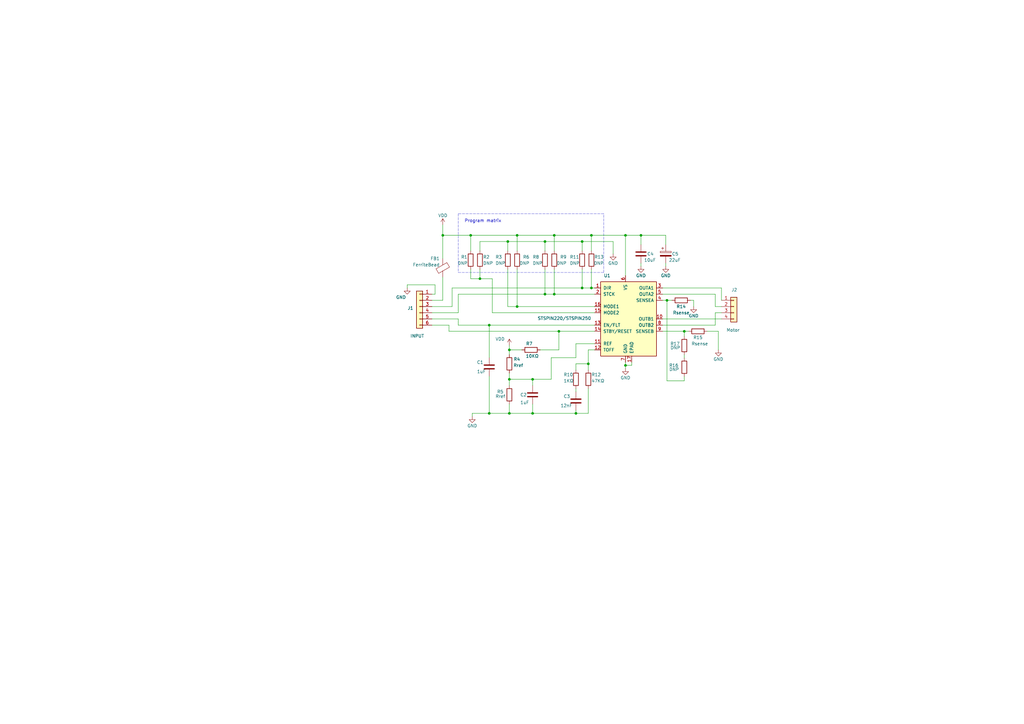
<source format=kicad_sch>
(kicad_sch (version 20220404) (generator eeschema)
  (paper "A3")
  (title_block (title "rotor") (date "2022-07-15") (rev "0.1") (company "vitaly.codes"))
  (lib_symbols
    (symbol "Connector_Generic:Conn_01x04" (pin_names (offset 1.016) hide)
      (property "Reference" "J" (at 0 5.08 0))
      (property "Value" "Conn_01x04" (at 0 -7.62 0))
      (symbol "Conn_01x04_1_1"
        (rectangle (start -1.27 -4.953) (end 0 -5.207) (stroke (width 0.1524)))
        (rectangle (start -1.27 -2.413) (end 0 -2.667) (stroke (width 0.1524)))
        (rectangle (start -1.27 0.127) (end 0 -0.127) (stroke (width 0.1524)))
        (rectangle (start -1.27 2.667) (end 0 2.413) (stroke (width 0.1524)))
        (rectangle (start -1.27 3.81) (end 1.27 -6.35) (stroke (width 0.254)) (fill (type background)))
        (pin passive line (at -5.08 2.54 0) (length 3.81) (name "Pin_1") (number "1"))
        (pin passive line (at -5.08 0 0) (length 3.81) (name "Pin_2") (number "2"))
        (pin passive line (at -5.08 -2.54 0) (length 3.81) (name "Pin_3") (number "3"))
        (pin passive line (at -5.08 -5.08 0) (length 3.81) (name "Pin_4") (number "4"))
      )
    )
    (symbol "Connector_Generic:Conn_01x06" (pin_names (offset 1.016) hide)
      (property "Reference" "J" (at 0 7.62 0))
      (property "Value" "Conn_01x06" (at 0 -10.16 0))
      (symbol "Conn_01x06_1_1"
        (rectangle (start -1.27 -7.493) (end 0 -7.747) (stroke (width 0.1524)))
        (rectangle (start -1.27 -4.953) (end 0 -5.207) (stroke (width 0.1524)))
        (rectangle (start -1.27 -2.413) (end 0 -2.667) (stroke (width 0.1524)))
        (rectangle (start -1.27 0.127) (end 0 -0.127) (stroke (width 0.1524)))
        (rectangle (start -1.27 2.667) (end 0 2.413) (stroke (width 0.1524)))
        (rectangle (start -1.27 5.207) (end 0 4.953) (stroke (width 0.1524)))
        (rectangle (start -1.27 6.35) (end 1.27 -8.89) (stroke (width 0.254)) (fill (type background)))
        (pin passive line (at -5.08 5.08 0) (length 3.81) (name "Pin_1") (number "1"))
        (pin passive line (at -5.08 2.54 0) (length 3.81) (name "Pin_2") (number "2"))
        (pin passive line (at -5.08 0 0) (length 3.81) (name "Pin_3") (number "3"))
        (pin passive line (at -5.08 -2.54 0) (length 3.81) (name "Pin_4") (number "4"))
        (pin passive line (at -5.08 -5.08 0) (length 3.81) (name "Pin_5") (number "5"))
        (pin passive line (at -5.08 -7.62 0) (length 3.81) (name "Pin_6") (number "6"))
      )
    )
    (symbol "Device:C" (pin_numbers hide) (pin_names (offset 0.254))
      (property "Reference" "C" (at 0.635 2.54 0))
      (property "Value" "C" (at 0.635 -2.54 0))
      (symbol "C_0_1"
        (polyline (pts (xy -2.032 -0.762) (xy 2.032 -0.762)) (stroke (width 0.508)))
        (polyline (pts (xy -2.032 0.762) (xy 2.032 0.762)) (stroke (width 0.508)))
      )
      (symbol "C_1_1"
        (pin passive line (at 0 3.81 270) (length 2.794) (name "~") (number "1"))
        (pin passive line (at 0 -3.81 90) (length 2.794) (name "~") (number "2"))
      )
    )
    (symbol "Device:C_Polarized" (pin_numbers hide) (pin_names (offset 0.254))
      (property "Reference" "C" (at 0.635 2.54 0))
      (property "Value" "C_Polarized" (at 0.635 -2.54 0))
      (symbol "C_Polarized_0_1"
        (rectangle (start -2.286 0.508) (end 2.286 1.016))
        (polyline (pts (xy -1.778 2.286) (xy -0.762 2.286)))
        (polyline (pts (xy -1.27 2.794) (xy -1.27 1.778)))
        (rectangle (start 2.286 -0.508) (end -2.286 -1.016) (fill (type outline)))
      )
      (symbol "C_Polarized_1_1"
        (pin passive line (at 0 3.81 270) (length 2.794) (name "~") (number "1"))
        (pin passive line (at 0 -3.81 90) (length 2.794) (name "~") (number "2"))
      )
    )
    (symbol "Device:FerriteBead" (pin_numbers hide) (pin_names (offset 0))
      (property "Reference" "FB" (at -3.81 0.635 90))
      (property "Value" "FerriteBead" (at 3.81 0 90))
      (symbol "FerriteBead_0_1"
        (polyline (pts (xy 0 -1.27) (xy 0 -1.2192)))
        (polyline (pts (xy 0 1.27) (xy 0 1.2954)))
        (polyline (pts (xy -2.7686 0.4064) (xy -1.7018 2.2606) (xy 2.7686 -0.3048) (xy 1.6764 -2.159) (xy -2.7686 0.4064)))
      )
      (symbol "FerriteBead_1_1"
        (pin passive line (at 0 3.81 270) (length 2.54) (name "~") (number "1"))
        (pin passive line (at 0 -3.81 90) (length 2.54) (name "~") (number "2"))
      )
    )
    (symbol "Device:R" (pin_numbers hide) (pin_names (offset 0))
      (property "Reference" "R" (at 2.032 0 90))
      (property "Value" "R" (at 0 0 90))
      (symbol "R_0_1"
        (rectangle (start -1.016 -2.54) (end 1.016 2.54) (stroke (width 0.254)))
      )
      (symbol "R_1_1"
        (pin passive line (at 0 3.81 270) (length 1.27) (name "~") (number "1"))
        (pin passive line (at 0 -3.81 90) (length 1.27) (name "~") (number "2"))
      )
    )
    (symbol "Driver_Motor:STSPIN220" (pin_names (offset 1.016))
      (property "Reference" "U" (at -10.16 16.51 0))
      (property "Value" "STSPIN220" (at 5.08 16.51 0))
      (symbol "STSPIN220_0_1"
        (rectangle (start -10.16 15.24) (end 12.7 -15.24) (stroke (width 0.254)) (fill (type background)))
      )
      (symbol "STSPIN220_1_1"
        (pin input line (at -12.7 12.7 0) (length 2.54) (name "DIR") (number "1"))
        (pin power_out line (at 15.24 0 180) (length 2.54) (name "OUTB1") (number "10"))
        (pin input line (at -12.7 -10.16 0) (length 2.54) (name "REF") (number "11"))
        (pin input line (at -12.7 -12.7 0) (length 2.54) (name "TOFF") (number "12"))
        (pin bidirectional line (at -12.7 -2.54 0) (length 2.54) (name "EN/FLT") (number "13"))
        (pin input line (at -12.7 -5.08 0) (length 2.54) (name "STBY/RESET") (number "14"))
        (pin input line (at -12.7 2.54 0) (length 2.54) (name "MODE2") (number "15"))
        (pin input line (at -12.7 5.08 0) (length 2.54) (name "MODE1") (number "16"))
        (pin power_in line (at 2.54 -17.78 90) (length 2.54) (name "EPAD") (number "17"))
        (pin input line (at -12.7 10.16 0) (length 2.54) (name "STCK") (number "2"))
        (pin power_out line (at 15.24 12.7 180) (length 2.54) (name "OUTA1") (number "3"))
        (pin power_out line (at 15.24 7.62 180) (length 2.54) (name "SENSEA") (number "4"))
        (pin power_out line (at 15.24 10.16 180) (length 2.54) (name "OUTA2") (number "5"))
        (pin power_in line (at 0 17.78 270) (length 2.54) (name "VS") (number "6"))
        (pin power_in line (at 0 -17.78 90) (length 2.54) (name "GND") (number "7"))
        (pin power_out line (at 15.24 -2.54 180) (length 2.54) (name "OUTB2") (number "8"))
        (pin power_out line (at 15.24 -5.08 180) (length 2.54) (name "SENSEB") (number "9"))
      )
    )
    (symbol "power:GND" (power) (pin_names (offset 0))
      (property "Value" "GND" (at 0 -3.81 0))
      (symbol "GND_0_1"
        (polyline (pts (xy 0 0) (xy 0 -1.27) (xy 1.27 -1.27) (xy 0 -2.54) (xy -1.27 -1.27) (xy 0 -1.27)))
      )
      (symbol "GND_1_1"
        (pin power_in line (at 0 0 270) (length 0) hide (name "GND") (number "1"))
      )
    )
    (symbol "power:VDD" (power) (pin_names (offset 0))
      (property "Value" "VDD" (at 0 3.81 0))
      (symbol "VDD_0_1"
        (polyline (pts (xy -0.762 1.27) (xy 0 2.54)))
        (polyline (pts (xy 0 0) (xy 0 2.54)))
        (polyline (pts (xy 0 2.54) (xy 0.762 1.27)))
      )
      (symbol "VDD_1_1"
        (pin power_in line (at 0 0 90) (length 0) hide (name "VDD") (number "1"))
      )
    )
  )
  (junction (at 223.52 120.65))
  (junction (at 242.57 118.11))
  (junction (at 208.915 169.545))
  (junction (at 227.33 96.52))
  (junction (at 200.66 133.35))
  (junction (at 193.04 96.52))
  (junction (at 218.44 169.545))
  (junction (at 208.915 143.51))
  (junction (at 196.85 114.3))
  (junction (at 212.09 96.52))
  (junction (at 262.89 96.52))
  (junction (at 256.54 149.86))
  (junction (at 280.67 135.89))
  (junction (at 238.76 118.11))
  (junction (at 242.57 96.52))
  (junction (at 212.09 125.73))
  (junction (at 256.54 96.52))
  (junction (at 181.61 96.52))
  (junction (at 229.235 135.89))
  (junction (at 227.33 120.65))
  (junction (at 241.3 149.225))
  (junction (at 208.915 155.575))
  (junction (at 200.66 169.545))
  (junction (at 218.44 155.575))
  (junction (at 238.76 99.06))
  (junction (at 223.52 99.06))
  (junction (at 236.22 169.545))
  (junction (at 208.28 99.06))
  (junction (at 273.558 123.19))
  (wire (pts (xy 208.915 153.035) (xy 208.915 155.575)))
  (wire (pts (xy 243.84 125.73) (xy 212.09 125.73)))
  (wire (pts (xy 196.85 114.3) (xy 196.85 110.49)))
  (wire (pts (xy 271.78 130.81) (xy 295.91 130.81)))
  (wire (pts (xy 271.78 123.19) (xy 273.558 123.19)))
  (wire (pts (xy 221.615 143.51) (xy 229.235 143.51)))
  (wire (pts (xy 238.76 99.06) (xy 223.52 99.06)))
  (wire (pts (xy 241.3 149.225) (xy 241.3 143.51)))
  (wire (pts (xy 200.66 133.35) (xy 200.66 146.685)))
  (wire (pts (xy 181.61 92.202) (xy 181.61 96.52)))
  (wire (pts (xy 167.005 116.84) (xy 167.005 118.11)))
  (wire (pts (xy 229.235 135.89) (xy 243.84 135.89)))
  (wire (pts (xy 273.05 96.52) (xy 273.05 100.33)))
  (wire (pts (xy 229.235 135.89) (xy 184.15 135.89)))
  (wire (pts (xy 208.915 143.51) (xy 213.995 143.51)))
  (wire (pts (xy 241.3 169.545) (xy 236.22 169.545)))
  (wire (pts (xy 177.165 120.65) (xy 178.435 120.65)))
  (wire (pts (xy 196.85 114.3) (xy 193.04 114.3)))
  (wire (pts (xy 212.09 96.52) (xy 212.09 102.87)))
  (wire (pts (xy 227.33 110.49) (xy 227.33 120.65)))
  (wire (pts (xy 208.28 125.73) (xy 212.09 125.73)))
  (wire (pts (xy 187.96 128.27) (xy 177.165 128.27)))
  (wire (pts (xy 227.33 120.65) (xy 243.84 120.65)))
  (wire (pts (xy 280.67 156.21) (xy 280.67 154.432)))
  (wire (pts (xy 238.76 118.11) (xy 242.57 118.11)))
  (wire (pts (xy 223.52 120.65) (xy 227.33 120.65)))
  (wire (pts (xy 256.54 149.86) (xy 259.08 149.86)))
  (wire (pts (xy 208.915 141.605) (xy 208.915 143.51)))
  (wire (pts (xy 187.96 120.65) (xy 187.96 128.27)))
  (wire (pts (xy 187.96 130.81) (xy 177.165 130.81)))
  (wire (pts (xy 193.675 169.545) (xy 193.675 170.815)))
  (wire (pts (xy 218.44 165.735) (xy 218.44 169.545)))
  (wire (pts (xy 200.66 133.35) (xy 243.84 133.35)))
  (wire (pts (xy 242.57 96.52) (xy 242.57 102.87)))
  (wire (pts (xy 212.09 96.52) (xy 227.33 96.52)))
  (wire (pts (xy 280.67 137.922) (xy 280.67 135.89)))
  (wire (pts (xy 256.54 149.86) (xy 256.54 148.59)))
  (wire (pts (xy 201.93 114.3) (xy 196.85 114.3)))
  (wire (pts (xy 178.435 120.65) (xy 178.435 116.84)))
  (wire (pts (xy 284.48 123.19) (xy 284.48 125.73)))
  (wire (pts (xy 184.15 133.35) (xy 177.165 133.35)))
  (wire (pts (xy 200.66 154.305) (xy 200.66 169.545)))
  (wire (pts (xy 262.89 96.52) (xy 273.05 96.52)))
  (wire (pts (xy 181.61 113.665) (xy 181.61 123.19)))
  (wire (pts (xy 218.44 155.575) (xy 226.06 155.575)))
  (wire (pts (xy 294.64 135.89) (xy 294.64 143.51)))
  (wire (pts (xy 187.96 133.35) (xy 200.66 133.35)))
  (wire (pts (xy 181.61 96.52) (xy 193.04 96.52)))
  (wire (pts (xy 256.54 96.52) (xy 262.89 96.52)))
  (polyline (pts (xy 187.96 87.63) (xy 187.96 111.76)) (stroke (width 0.1) (type dash)))
  (wire (pts (xy 293.37 128.27) (xy 295.91 128.27)))
  (wire (pts (xy 271.78 118.11) (xy 295.91 118.11)))
  (wire (pts (xy 273.558 123.19) (xy 273.558 156.21)))
  (wire (pts (xy 208.915 155.575) (xy 208.915 158.115)))
  (wire (pts (xy 293.37 125.73) (xy 295.91 125.73)))
  (wire (pts (xy 243.84 143.51) (xy 241.3 143.51)))
  (wire (pts (xy 208.28 110.49) (xy 208.28 125.73)))
  (wire (pts (xy 227.33 96.52) (xy 242.57 96.52)))
  (wire (pts (xy 273.558 123.19) (xy 275.59 123.19)))
  (wire (pts (xy 208.915 169.545) (xy 218.44 169.545)))
  (wire (pts (xy 271.78 135.89) (xy 280.67 135.89)))
  (wire (pts (xy 241.3 149.225) (xy 241.3 151.765)))
  (wire (pts (xy 236.22 149.225) (xy 236.22 151.765)))
  (wire (pts (xy 236.22 168.275) (xy 236.22 169.545)))
  (wire (pts (xy 236.22 146.685) (xy 236.22 140.97)))
  (wire (pts (xy 238.76 110.49) (xy 238.76 118.11)))
  (wire (pts (xy 280.67 156.21) (xy 273.558 156.21)))
  (wire (pts (xy 218.44 155.575) (xy 218.44 158.115)))
  (polyline (pts (xy 247.65 87.63) (xy 187.96 87.63)) (stroke (width 0.1) (type dash)))
  (wire (pts (xy 196.85 102.87) (xy 196.85 99.06)))
  (wire (pts (xy 283.21 123.19) (xy 284.48 123.19)))
  (wire (pts (xy 259.08 149.86) (xy 259.08 148.59)))
  (wire (pts (xy 262.89 107.95) (xy 262.89 109.22)))
  (wire (pts (xy 185.42 118.11) (xy 238.76 118.11)))
  (wire (pts (xy 295.91 118.11) (xy 295.91 123.19)))
  (wire (pts (xy 280.67 146.812) (xy 280.67 145.542)))
  (wire (pts (xy 212.09 110.49) (xy 212.09 125.73)))
  (wire (pts (xy 193.04 96.52) (xy 193.04 102.87)))
  (wire (pts (xy 238.76 102.87) (xy 238.76 99.06)))
  (wire (pts (xy 178.435 116.84) (xy 167.005 116.84)))
  (wire (pts (xy 185.42 118.11) (xy 185.42 125.73)))
  (wire (pts (xy 236.22 159.385) (xy 236.22 160.655)))
  (wire (pts (xy 208.915 143.51) (xy 208.915 145.415)))
  (wire (pts (xy 200.66 169.545) (xy 193.675 169.545)))
  (wire (pts (xy 208.28 102.87) (xy 208.28 99.06)))
  (wire (pts (xy 241.3 159.385) (xy 241.3 169.545)))
  (wire (pts (xy 208.915 165.735) (xy 208.915 169.545)))
  (wire (pts (xy 236.22 140.97) (xy 243.84 140.97)))
  (polyline (pts (xy 187.96 111.76) (xy 247.65 111.76)) (stroke (width 0.1) (type dash)))
  (wire (pts (xy 271.78 120.65) (xy 293.37 120.65)))
  (wire (pts (xy 271.78 133.35) (xy 293.37 133.35)))
  (wire (pts (xy 185.42 125.73) (xy 177.165 125.73)))
  (wire (pts (xy 242.57 110.49) (xy 242.57 118.11)))
  (wire (pts (xy 208.28 99.06) (xy 223.52 99.06)))
  (wire (pts (xy 187.96 130.81) (xy 187.96 133.35)))
  (wire (pts (xy 193.04 114.3) (xy 193.04 110.49)))
  (wire (pts (xy 293.37 120.65) (xy 293.37 125.73)))
  (wire (pts (xy 273.05 107.95) (xy 273.05 109.22)))
  (wire (pts (xy 223.52 110.49) (xy 223.52 120.65)))
  (wire (pts (xy 201.93 114.3) (xy 201.93 128.27)))
  (wire (pts (xy 251.46 99.06) (xy 238.76 99.06)))
  (wire (pts (xy 236.22 146.685) (xy 226.06 146.685)))
  (wire (pts (xy 242.57 118.11) (xy 243.84 118.11)))
  (wire (pts (xy 236.22 149.225) (xy 241.3 149.225)))
  (wire (pts (xy 280.67 135.89) (xy 282.448 135.89)))
  (wire (pts (xy 218.44 169.545) (xy 236.22 169.545)))
  (wire (pts (xy 223.52 99.06) (xy 223.52 102.87)))
  (wire (pts (xy 201.93 128.27) (xy 243.84 128.27)))
  (wire (pts (xy 227.33 96.52) (xy 227.33 102.87)))
  (wire (pts (xy 193.04 96.52) (xy 212.09 96.52)))
  (wire (pts (xy 200.66 169.545) (xy 208.915 169.545)))
  (wire (pts (xy 262.89 96.52) (xy 262.89 100.33)))
  (wire (pts (xy 184.15 135.89) (xy 184.15 133.35)))
  (wire (pts (xy 290.068 135.89) (xy 294.64 135.89)))
  (wire (pts (xy 256.54 96.52) (xy 256.54 113.03)))
  (wire (pts (xy 223.52 120.65) (xy 187.96 120.65)))
  (wire (pts (xy 177.165 123.19) (xy 181.61 123.19)))
  (wire (pts (xy 242.57 96.52) (xy 256.54 96.52)))
  (wire (pts (xy 226.06 146.685) (xy 226.06 155.575)))
  (wire (pts (xy 256.54 149.86) (xy 256.54 151.13)))
  (wire (pts (xy 293.37 128.27) (xy 293.37 133.35)))
  (wire (pts (xy 196.85 99.06) (xy 208.28 99.06)))
  (wire (pts (xy 251.46 104.14) (xy 251.46 99.06)))
  (wire (pts (xy 208.915 155.575) (xy 218.44 155.575)))
  (wire (pts (xy 229.235 143.51) (xy 229.235 135.89)))
  (wire (pts (xy 181.61 96.52) (xy 181.61 106.045)))
  (polyline (pts (xy 247.65 111.76) (xy 247.65 87.63)) (stroke (width 0.1) (type dash)))
  (text "Program matrix" (at 190.5 91.44 0) (effects (font (size 1.27 1.27)) (justify left bottom)))
  (symbol (lib_id "Device:R") (at 208.915 149.225 180) (unit 1)
    (default_instance (reference "R") (unit 1) (value "R") (footprint ""))
    (property "Reference" "R4" (at 213.36 147.32 0) (effects (justify left)))
    (property "Value" "Rref" (at 214.63 149.86 0) (effects (justify left)))
    (property "Footprint" "Resistor_SMD:R_0603_1608Metric" (effects hide))
  )
  (symbol (lib_id "Connector_Generic:Conn_01x04") (at 300.99 125.73 0) (unit 1)
    (default_instance (reference "J") (unit 1) (value "Conn_01x04") (footprint ""))
    (property "Reference" "J2" (at 299.974 118.872 0) (effects (justify left)))
    (property "Value" "Motor" (at 297.942 135.382 0) (effects (justify left)))
    (property "Footprint" "Connector_JST:JST_SH_SM04B-SRSS-TB_1x04-1MP_P1.00mm_Horizontal" (effects hide))
  )
  (symbol (lib_id "Device:R") (at 286.258 135.89 270) (unit 1)
    (default_instance (reference "R") (unit 1) (value "R") (footprint ""))
    (property "Reference" "R15" (at 286.258 138.43 90))
    (property "Value" "Rsense" (at 287.02 140.97 90))
    (property "Footprint" "Resistor_SMD:R_1206_3216Metric" (effects hide))
  )
  (symbol (lib_id "Device:C_Polarized") (at 273.05 104.14 0) (unit 1)
    (default_instance (reference "C") (unit 1) (value "C_Polarized") (footprint ""))
    (property "Reference" "C5" (at 275.59 104.14 0) (effects (justify left)))
    (property "Value" "22uF" (at 274.32 106.68 0) (effects (justify left)))
    (property "Footprint" "Capacitor_SMD:CP_Elec_4x4.5" (effects hide))
  )
  (symbol (lib_id "power:GND") (at 251.46 104.14 0) (unit 1)
    (default_instance (reference "#PWR") (unit 1) (value "GND") (footprint ""))
    (property "Reference" "#PWR05" (effects hide))
    (property "Value" "GND" (at 251.46 107.95 0))
  )
  (symbol (lib_id "Device:C") (at 218.44 161.925 0) (unit 1)
    (default_instance (reference "C") (unit 1) (value "C") (footprint ""))
    (property "Reference" "C2" (at 213.36 161.925 0) (effects (justify left)))
    (property "Value" "1uF" (at 213.36 165.1 0) (effects (justify left)))
    (property "Footprint" "Capacitor_SMD:C_0603_1608Metric" (effects hide))
  )
  (symbol (lib_id "Device:R") (at 217.805 143.51 90) (unit 1)
    (default_instance (reference "R") (unit 1) (value "R") (footprint ""))
    (property "Reference" "R7" (at 218.44 140.97 90) (effects (justify left)))
    (property "Value" "10KΩ" (at 220.98 146.05 90) (effects (justify left)))
    (property "Footprint" "Resistor_SMD:R_0603_1608Metric" (effects hide))
  )
  (symbol (lib_id "Device:R") (at 280.67 150.622 180) (unit 1)
    (default_instance (reference "R") (unit 1) (value "R") (footprint ""))
    (property "Reference" "R16" (at 276.352 149.86 0))
    (property "Value" "DNP" (at 276.479 151.511 0))
    (property "Footprint" "Resistor_SMD:R_0603_1608Metric" (effects hide))
  )
  (symbol (lib_id "power:GND") (at 193.675 170.815 0) (unit 1)
    (default_instance (reference "#PWR") (unit 1) (value "GND") (footprint ""))
    (property "Reference" "#PWR02" (effects hide))
    (property "Value" "GND" (at 193.675 174.625 0))
  )
  (symbol (lib_id "Device:R") (at 279.4 123.19 270) (unit 1)
    (default_instance (reference "R") (unit 1) (value "R") (footprint ""))
    (property "Reference" "R14" (at 279.4 125.73 90))
    (property "Value" "Rsense" (at 279.4 128.27 90))
    (property "Footprint" "Resistor_SMD:R_1206_3216Metric" (effects hide))
  )
  (symbol (lib_id "power:GND") (at 167.005 118.11 0) (mirror y) (unit 1)
    (default_instance (reference "#PWR") (unit 1) (value "GND") (footprint ""))
    (property "Reference" "#PWR01" (effects hide))
    (property "Value" "GND" (at 164.465 121.92 0))
  )
  (symbol (lib_id "Device:R") (at 223.52 106.68 0) (unit 1)
    (default_instance (reference "R") (unit 1) (value "R") (footprint ""))
    (property "Reference" "R8" (at 218.44 105.41 0) (effects (justify left)))
    (property "Value" "DNP" (at 218.44 107.95 0) (effects (justify left)))
    (property "Footprint" "Resistor_SMD:R_0603_1608Metric" (effects hide))
  )
  (symbol (lib_id "power:GND") (at 262.89 109.22 0) (unit 1)
    (default_instance (reference "#PWR") (unit 1) (value "GND") (footprint ""))
    (property "Reference" "#PWR07" (effects hide))
    (property "Value" "GND" (at 262.89 113.03 0))
  )
  (symbol (lib_id "Device:R") (at 280.67 141.732 180) (unit 1)
    (default_instance (reference "R") (unit 1) (value "R") (footprint ""))
    (property "Reference" "R17" (at 276.86 140.97 0))
    (property "Value" "DNP" (at 276.987 142.621 0))
    (property "Footprint" "Resistor_SMD:R_0603_1608Metric" (effects hide))
  )
  (symbol (lib_id "Driver_Motor:STSPIN220") (at 256.54 130.81 0) (unit 1)
    (default_instance (reference "U") (unit 1) (value "STSPIN220") (footprint "Package_DFN_QFN:VQFN-16-1EP_3x3mm_P0.5mm_EP1.8x1.8mm"))
    (property "Reference" "U1" (at 247.65 113.03 0) (effects (justify left)))
    (property "Value" "STSPIN220/STSPIN250" (at 220.472 130.556 0) (effects (justify left)))
    (property "Footprint" "Package_DFN_QFN:VQFN-16-1EP_3x3mm_P0.5mm_EP1.8x1.8mm" (effects hide))
    (property "Datasheet" "www.st.com/resource/en/datasheet/stspin220.pdf" (effects hide))
  )
  (symbol (lib_id "Device:R") (at 242.57 106.68 180) (unit 1)
    (default_instance (reference "R") (unit 1) (value "R") (footprint ""))
    (property "Reference" "R13" (at 247.65 105.41 0) (effects (justify left)))
    (property "Value" "DNP" (at 247.65 107.95 0) (effects (justify left)))
    (property "Footprint" "Resistor_SMD:R_0603_1608Metric" (effects hide))
  )
  (symbol (lib_id "Device:R") (at 241.3 155.575 0) (unit 1)
    (default_instance (reference "R") (unit 1) (value "R") (footprint ""))
    (property "Reference" "R12" (at 242.57 153.67 0) (effects (justify left)))
    (property "Value" "47KΩ" (at 242.57 156.21 0) (effects (justify left)))
    (property "Footprint" "Resistor_SMD:R_0603_1608Metric" (effects hide))
  )
  (symbol (lib_id "Device:C") (at 262.89 104.14 0) (unit 1)
    (default_instance (reference "C") (unit 1) (value "C") (footprint ""))
    (property "Reference" "C4" (at 265.43 104.14 0) (effects (justify left)))
    (property "Value" "10uF" (at 264.16 106.68 0) (effects (justify left)))
    (property "Footprint" "Capacitor_SMD:C_0603_1608Metric" (effects hide))
  )
  (symbol (lib_id "Device:C") (at 200.66 150.495 0) (unit 1)
    (default_instance (reference "C") (unit 1) (value "C") (footprint ""))
    (property "Reference" "C1" (at 195.58 148.59 0) (effects (justify left)))
    (property "Value" "1uF" (at 195.58 152.4 0) (effects (justify left)))
    (property "Footprint" "Capacitor_SMD:C_0603_1608Metric" (effects hide))
  )
  (symbol (lib_id "Device:C") (at 236.22 164.465 0) (unit 1)
    (default_instance (reference "C") (unit 1) (value "C") (footprint ""))
    (property "Reference" "C3" (at 231.14 162.56 0) (effects (justify left)))
    (property "Value" "12nF" (at 229.87 166.37 0) (effects (justify left)))
    (property "Footprint" "Capacitor_SMD:C_0603_1608Metric" (effects hide))
  )
  (symbol (lib_id "Connector_Generic:Conn_01x06") (at 172.085 125.73 0) (mirror y) (unit 1)
    (default_instance (reference "J") (unit 1) (value "Conn_01x06") (footprint ""))
    (property "Reference" "J1" (at 169.545 126.365 0) (effects (justify left)))
    (property "Value" "INPUT" (at 173.99 137.795 0) (effects (justify left)))
    (property "Footprint" "Connector_JST:JST_SH_SM06B-SRSS-TB_1x06-1MP_P1.00mm_Horizontal" (effects hide))
  )
  (symbol (lib_id "Device:R") (at 236.22 155.575 0) (unit 1)
    (default_instance (reference "R") (unit 1) (value "R") (footprint ""))
    (property "Reference" "R10" (at 231.14 153.67 0) (effects (justify left)))
    (property "Value" "1KΩ" (at 231.14 156.21 0) (effects (justify left)))
    (property "Footprint" "Resistor_SMD:R_0603_1608Metric" (effects hide))
  )
  (symbol (lib_id "Device:R") (at 208.915 161.925 0) (unit 1)
    (default_instance (reference "R") (unit 1) (value "R") (footprint ""))
    (property "Reference" "R5" (at 203.835 160.655 0) (effects (justify left)))
    (property "Value" "Rref" (at 203.2 162.56 0) (effects (justify left)))
    (property "Footprint" "Resistor_SMD:R_0603_1608Metric" (effects hide))
  )
  (symbol (lib_id "power:GND") (at 284.48 125.73 0) (unit 1)
    (default_instance (reference "#PWR") (unit 1) (value "GND") (footprint ""))
    (property "Reference" "#PWR010" (effects hide))
    (property "Value" "GND" (at 284.48 129.54 0))
  )
  (symbol (lib_id "Device:R") (at 238.76 106.68 0) (unit 1)
    (default_instance (reference "R") (unit 1) (value "R") (footprint ""))
    (property "Reference" "R11" (at 233.68 105.41 0) (effects (justify left)))
    (property "Value" "DNP" (at 233.68 107.95 0) (effects (justify left)))
    (property "Footprint" "Resistor_SMD:R_0603_1608Metric" (effects hide))
  )
  (symbol (lib_id "Device:R") (at 212.09 106.68 180) (unit 1)
    (default_instance (reference "R") (unit 1) (value "R") (footprint ""))
    (property "Reference" "R6" (at 217.17 105.41 0) (effects (justify left)))
    (property "Value" "DNP" (at 217.17 107.95 0) (effects (justify left)))
    (property "Footprint" "Resistor_SMD:R_0603_1608Metric" (effects hide))
  )
  (symbol (lib_id "Device:FerriteBead") (at 181.61 109.855 0) (mirror x) (unit 1)
    (default_instance (reference "FB") (unit 1) (value "FerriteBead") (footprint ""))
    (property "Reference" "FB1" (at 180.34 106.045 0) (effects (justify right)))
    (property "Value" "FerriteBead" (at 180.34 108.585 0) (effects (justify right)))
    (property "Footprint" "Resistor_SMD:R_0603_1608Metric" (effects hide))
  )
  (symbol (lib_id "power:GND") (at 294.64 143.51 0) (unit 1)
    (default_instance (reference "#PWR") (unit 1) (value "GND") (footprint ""))
    (property "Reference" "#PWR011" (effects hide))
    (property "Value" "GND" (at 294.64 147.32 0))
  )
  (symbol (lib_id "Device:R") (at 193.04 106.68 180) (unit 1)
    (default_instance (reference "R") (unit 1) (value "R") (footprint ""))
    (property "Reference" "R1" (at 191.77 105.41 0) (effects (justify left)))
    (property "Value" "DNP" (at 191.77 107.95 0) (effects (justify left)))
    (property "Footprint" "Resistor_SMD:R_0603_1608Metric" (effects hide))
  )
  (symbol (lib_id "Device:R") (at 227.33 106.68 180) (unit 1)
    (default_instance (reference "R") (unit 1) (value "R") (footprint ""))
    (property "Reference" "R9" (at 232.41 105.41 0) (effects (justify left)))
    (property "Value" "DNP" (at 232.41 107.95 0) (effects (justify left)))
    (property "Footprint" "Resistor_SMD:R_0603_1608Metric" (effects hide))
  )
  (symbol (lib_id "Device:R") (at 208.28 106.68 0) (unit 1)
    (default_instance (reference "R") (unit 1) (value "R") (footprint ""))
    (property "Reference" "R3" (at 203.2 105.41 0) (effects (justify left)))
    (property "Value" "DNP" (at 203.2 107.95 0) (effects (justify left)))
    (property "Footprint" "Resistor_SMD:R_0603_1608Metric" (effects hide))
  )
  (symbol (lib_id "power:VDD") (at 181.61 92.202 0) (unit 1)
    (default_instance (reference "#PWR") (unit 1) (value "VDD") (footprint ""))
    (property "Reference" "#PWR04" (effects hide))
    (property "Value" "VDD" (at 181.61 88.392 0))
  )
  (symbol (lib_id "power:GND") (at 256.54 151.13 0) (unit 1)
    (default_instance (reference "#PWR") (unit 1) (value "GND") (footprint ""))
    (property "Reference" "#PWR06" (effects hide))
    (property "Value" "GND" (at 256.54 154.94 0))
  )
  (symbol (lib_id "power:VDD") (at 208.915 141.605 0) (unit 1)
    (default_instance (reference "#PWR") (unit 1) (value "VDD") (footprint ""))
    (property "Reference" "#PWR03" (effects hide))
    (property "Value" "VDD" (at 205.105 139.065 0))
  )
  (symbol (lib_id "power:GND") (at 273.05 109.22 0) (unit 1)
    (default_instance (reference "#PWR") (unit 1) (value "GND") (footprint ""))
    (property "Reference" "#PWR09" (effects hide))
    (property "Value" "GND" (at 273.05 113.03 0))
  )
  (symbol (lib_id "Device:R") (at 196.85 106.68 0) (unit 1)
    (default_instance (reference "R") (unit 1) (value "R") (footprint ""))
    (property "Reference" "R2" (at 198.12 105.41 0) (effects (justify left)))
    (property "Value" "DNP" (at 198.12 107.95 0) (effects (justify left)))
    (property "Footprint" "Resistor_SMD:R_0603_1608Metric" (effects hide))
  )
)
</source>
